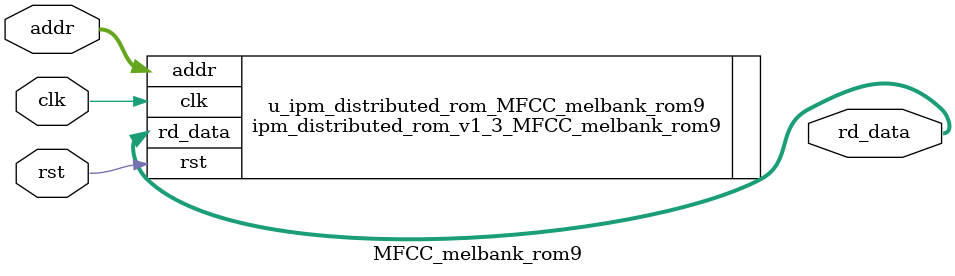
<source format=v>


`timescale 1 ns / 1 ps
module MFCC_melbank_rom9
    (
     addr        ,
     rst         ,
     clk         ,
     rd_data
    );

    localparam ADDR_WIDTH = 9 ; //@IPC int 4,10

    localparam DATA_WIDTH = 8 ; //@IPC int 1,256

    localparam RST_TYPE = "ASYNC" ; //@IPC enum ASYNC,SYNC

    localparam OUT_REG = 0 ; //@IPC bool

    localparam INIT_ENABLE = 1 ; //@IPC bool

    localparam INIT_FILE = "D:/PDS_FPGA/Audio_test/ipcore/MFCC_melbank_rom9/rtl/output8_MFCC_melbank_rom9.dat" ; //@IPC string

    localparam FILE_FORMAT = "BIN" ; //@IPC enum BIN,HEX


     output   wire  [DATA_WIDTH-1:0]       rd_data ;
     input    wire  [ADDR_WIDTH-1:0]       addr    ;
     input                                 clk     ;
     input                                 rst     ;

ipm_distributed_rom_v1_3_MFCC_melbank_rom9
   #(
     .ADDR_WIDTH    (ADDR_WIDTH     ), //address width   range:4-10
     .DATA_WIDTH    (DATA_WIDTH     ), //data width      range:4-256
     .RST_TYPE      (RST_TYPE       ), //reset type   "ASYNC_RESET" "SYNC_RESET"
     .OUT_REG       (OUT_REG        ), //output options :non_register(0)  register(1)
     .INIT_FILE     (INIT_FILE      ), //legal value:"NONE" or "initial file name"
     .FILE_FORMAT   (FILE_FORMAT    )  //initial data format : "bin" or "hex"
    )u_ipm_distributed_rom_MFCC_melbank_rom9
    (
     .rd_data       (rd_data        ),
     .addr          (addr           ),
     .clk           (clk            ),
     .rst           (rst            )

    );
endmodule

</source>
